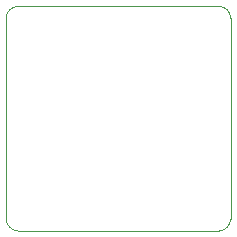
<source format=gbr>
%TF.GenerationSoftware,KiCad,Pcbnew,9.0.2*%
%TF.CreationDate,2025-10-20T10:27:04+08:00*%
%TF.ProjectId,IMX415,494d5834-3135-42e6-9b69-6361645f7063,rev?*%
%TF.SameCoordinates,Original*%
%TF.FileFunction,Profile,NP*%
%FSLAX46Y46*%
G04 Gerber Fmt 4.6, Leading zero omitted, Abs format (unit mm)*
G04 Created by KiCad (PCBNEW 9.0.2) date 2025-10-20 10:27:04*
%MOMM*%
%LPD*%
G01*
G04 APERTURE LIST*
%TA.AperFunction,Profile*%
%ADD10C,0.100000*%
%TD*%
G04 APERTURE END LIST*
D10*
%TO.C,J1*%
X153753700Y-118950273D02*
X153753700Y-101950270D01*
X154753698Y-100950271D02*
X171753700Y-100950271D01*
X154753699Y-119950271D02*
X171753700Y-119950271D01*
X172753700Y-118950271D02*
X172753700Y-101950271D01*
X153753700Y-101950270D02*
G75*
G02*
X154753698Y-100950271I999999J0D01*
G01*
X154753699Y-119950271D02*
G75*
G02*
X153753700Y-118950273I0J999999D01*
G01*
X171753700Y-100950271D02*
G75*
G02*
X172753700Y-101950271I0J-1000000D01*
G01*
X172753700Y-118950271D02*
G75*
G02*
X171753700Y-119950271I-1000000J0D01*
G01*
%TD*%
M02*

</source>
